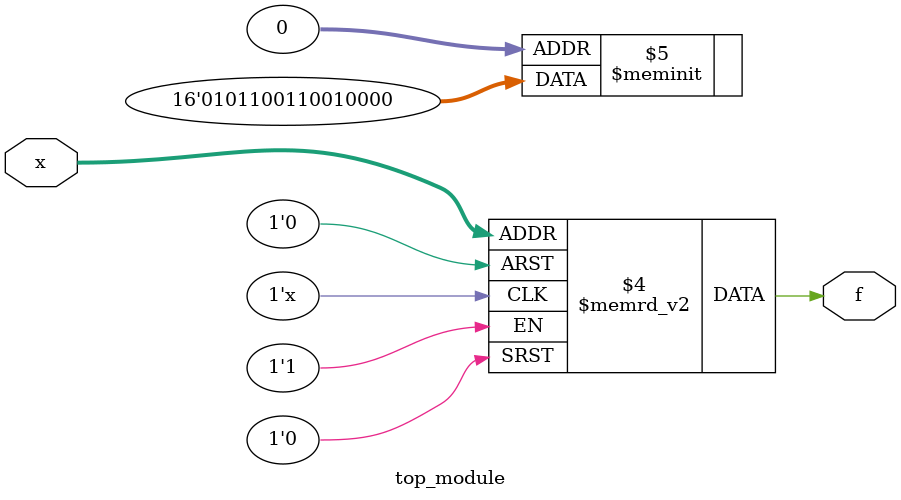
<source format=sv>
module top_module (
    input [4:1] x,
    output logic f
);

always_comb begin
    case (x)
        4'b0001: f = 0;
        4'b1000: f = 1;
        4'b1100: f = 1;
        4'b1110: f = 1;
        4'b1011: f = 1;
        4'b0110: f = 0;
        4'b0100: f = 1;
        4'b0111: f = 1;
        default: f = 0; // Handle the don't-care cases as convenient
    endcase
end

endmodule

</source>
